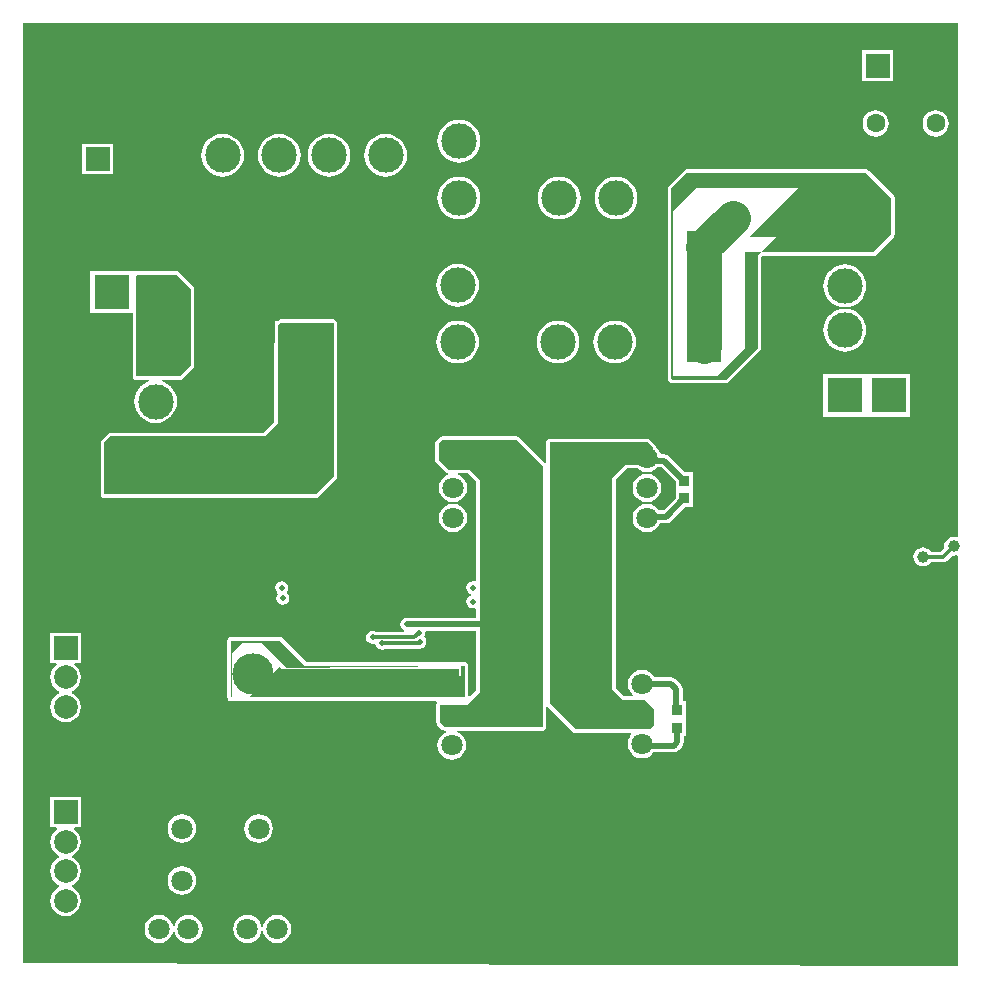
<source format=gbl>
G04*
G04 #@! TF.GenerationSoftware,Altium Limited,Altium Designer,20.1.14 (287)*
G04*
G04 Layer_Physical_Order=2*
G04 Layer_Color=16711680*
%FSLAX25Y25*%
%MOIN*%
G70*
G04*
G04 #@! TF.SameCoordinates,7663C7E1-D25E-47D6-87D1-FA2199C3474E*
G04*
G04*
G04 #@! TF.FilePolarity,Positive*
G04*
G01*
G75*
%ADD11C,0.01181*%
%ADD34R,0.03543X0.03543*%
%ADD84C,0.05906*%
%ADD85C,0.11811*%
%ADD86C,0.01968*%
%ADD88C,0.11811*%
%ADD89C,0.07087*%
%ADD90C,0.07874*%
%ADD91R,0.07874X0.07874*%
%ADD92R,0.07087X0.07087*%
%ADD93C,0.06299*%
%ADD94R,0.07874X0.07874*%
%ADD95R,0.11811X0.11811*%
%ADD96C,0.01968*%
%ADD97C,0.03937*%
%ADD98C,0.13780*%
G36*
X313247Y143816D02*
X312831Y143538D01*
X312633Y143620D01*
X311811Y143728D01*
X310989Y143620D01*
X310223Y143302D01*
X309565Y142798D01*
X309060Y142140D01*
X308742Y141373D01*
X308634Y140551D01*
X308707Y140001D01*
X307520Y138814D01*
X304159D01*
X303821Y139254D01*
X303163Y139759D01*
X302397Y140076D01*
X301575Y140185D01*
X300753Y140076D01*
X299986Y139759D01*
X299328Y139254D01*
X298824Y138596D01*
X298506Y137830D01*
X298398Y137008D01*
X298506Y136186D01*
X298824Y135419D01*
X299328Y134762D01*
X299986Y134257D01*
X300753Y133939D01*
X301575Y133831D01*
X302397Y133939D01*
X303163Y134257D01*
X303821Y134762D01*
X304159Y135202D01*
X308268D01*
X308959Y135339D01*
X309545Y135731D01*
X311261Y137447D01*
X311811Y137374D01*
X312633Y137483D01*
X312831Y137565D01*
X313247Y137287D01*
Y861D01*
X312892Y508D01*
X1714Y1707D01*
Y314821D01*
X313247D01*
X313247Y143816D01*
D02*
G37*
%LPC*%
G36*
X291535Y305906D02*
X281299D01*
Y295669D01*
X291535D01*
Y305906D01*
D02*
G37*
G36*
X305827Y285864D02*
X304696Y285715D01*
X303643Y285279D01*
X302738Y284585D01*
X302044Y283680D01*
X301607Y282627D01*
X301459Y281496D01*
X301607Y280365D01*
X302044Y279312D01*
X302738Y278407D01*
X303643Y277713D01*
X304696Y277277D01*
X305827Y277128D01*
X306957Y277277D01*
X308011Y277713D01*
X308915Y278407D01*
X309610Y279312D01*
X310046Y280365D01*
X310195Y281496D01*
X310046Y282627D01*
X309610Y283680D01*
X308915Y284585D01*
X308011Y285279D01*
X306957Y285715D01*
X305827Y285864D01*
D02*
G37*
G36*
X285827D02*
X284696Y285715D01*
X283643Y285279D01*
X282738Y284585D01*
X282044Y283680D01*
X281608Y282627D01*
X281459Y281496D01*
X281608Y280365D01*
X282044Y279312D01*
X282738Y278407D01*
X283643Y277713D01*
X284696Y277277D01*
X285827Y277128D01*
X286957Y277277D01*
X288011Y277713D01*
X288915Y278407D01*
X289610Y279312D01*
X290046Y280365D01*
X290195Y281496D01*
X290046Y282627D01*
X289610Y283680D01*
X288915Y284585D01*
X288011Y285279D01*
X286957Y285715D01*
X285827Y285864D01*
D02*
G37*
G36*
X146850Y282712D02*
X145461Y282575D01*
X144125Y282169D01*
X142894Y281511D01*
X141815Y280626D01*
X140930Y279547D01*
X140271Y278316D01*
X139866Y276980D01*
X139729Y275590D01*
X139866Y274201D01*
X140271Y272866D01*
X140930Y271634D01*
X141815Y270555D01*
X142894Y269670D01*
X144125Y269012D01*
X145461Y268606D01*
X146850Y268470D01*
X148240Y268606D01*
X149575Y269012D01*
X150806Y269670D01*
X151886Y270555D01*
X152771Y271634D01*
X153429Y272866D01*
X153834Y274201D01*
X153971Y275590D01*
X153834Y276980D01*
X153429Y278316D01*
X152771Y279547D01*
X151886Y280626D01*
X150806Y281511D01*
X149575Y282169D01*
X148240Y282575D01*
X146850Y282712D01*
D02*
G37*
G36*
X31634Y274760D02*
X21398D01*
Y264524D01*
X31634D01*
Y274760D01*
D02*
G37*
G36*
X122441Y277987D02*
X121052Y277850D01*
X119716Y277445D01*
X118485Y276787D01*
X117406Y275901D01*
X116520Y274822D01*
X115862Y273591D01*
X115457Y272255D01*
X115320Y270866D01*
X115457Y269477D01*
X115862Y268141D01*
X116520Y266910D01*
X117406Y265831D01*
X118485Y264945D01*
X119716Y264287D01*
X121052Y263882D01*
X122441Y263745D01*
X123830Y263882D01*
X125166Y264287D01*
X126397Y264945D01*
X127476Y265831D01*
X128362Y266910D01*
X129020Y268141D01*
X129425Y269477D01*
X129562Y270866D01*
X129425Y272255D01*
X129020Y273591D01*
X128362Y274822D01*
X127476Y275901D01*
X126397Y276787D01*
X125166Y277445D01*
X123830Y277850D01*
X122441Y277987D01*
D02*
G37*
G36*
X103543D02*
X102154Y277850D01*
X100818Y277445D01*
X99587Y276787D01*
X98508Y275901D01*
X97623Y274822D01*
X96965Y273591D01*
X96559Y272255D01*
X96422Y270866D01*
X96559Y269477D01*
X96965Y268141D01*
X97623Y266910D01*
X98508Y265831D01*
X99587Y264945D01*
X100818Y264287D01*
X102154Y263882D01*
X103543Y263745D01*
X104932Y263882D01*
X106268Y264287D01*
X107500Y264945D01*
X108579Y265831D01*
X109464Y266910D01*
X110122Y268141D01*
X110527Y269477D01*
X110664Y270866D01*
X110527Y272255D01*
X110122Y273591D01*
X109464Y274822D01*
X108579Y275901D01*
X107500Y276787D01*
X106268Y277445D01*
X104932Y277850D01*
X103543Y277987D01*
D02*
G37*
G36*
X87008D02*
X85619Y277850D01*
X84283Y277445D01*
X83052Y276787D01*
X81973Y275901D01*
X81087Y274822D01*
X80429Y273591D01*
X80024Y272255D01*
X79887Y270866D01*
X80024Y269477D01*
X80429Y268141D01*
X81087Y266910D01*
X81973Y265831D01*
X83052Y264945D01*
X84283Y264287D01*
X85619Y263882D01*
X87008Y263745D01*
X88397Y263882D01*
X89733Y264287D01*
X90964Y264945D01*
X92043Y265831D01*
X92929Y266910D01*
X93587Y268141D01*
X93992Y269477D01*
X94129Y270866D01*
X93992Y272255D01*
X93587Y273591D01*
X92929Y274822D01*
X92043Y275901D01*
X90964Y276787D01*
X89733Y277445D01*
X88397Y277850D01*
X87008Y277987D01*
D02*
G37*
G36*
X68110D02*
X66721Y277850D01*
X65385Y277445D01*
X64154Y276787D01*
X63075Y275901D01*
X62189Y274822D01*
X61531Y273591D01*
X61126Y272255D01*
X60989Y270866D01*
X61126Y269477D01*
X61531Y268141D01*
X62189Y266910D01*
X63075Y265831D01*
X64154Y264945D01*
X65385Y264287D01*
X66721Y263882D01*
X68110Y263745D01*
X69499Y263882D01*
X70835Y264287D01*
X72066Y264945D01*
X73146Y265831D01*
X74031Y266910D01*
X74689Y268141D01*
X75094Y269477D01*
X75231Y270866D01*
X75094Y272255D01*
X74689Y273591D01*
X74031Y274822D01*
X73146Y275901D01*
X72066Y276787D01*
X70835Y277445D01*
X69499Y277850D01*
X68110Y277987D01*
D02*
G37*
G36*
X199213Y263814D02*
X197823Y263677D01*
X196488Y263272D01*
X195256Y262614D01*
X194177Y261728D01*
X193292Y260649D01*
X192634Y259418D01*
X192228Y258082D01*
X192092Y256693D01*
X192228Y255304D01*
X192634Y253968D01*
X193292Y252737D01*
X194177Y251658D01*
X195256Y250772D01*
X196488Y250114D01*
X197823Y249709D01*
X199213Y249572D01*
X200602Y249709D01*
X201938Y250114D01*
X203169Y250772D01*
X204248Y251658D01*
X205133Y252737D01*
X205791Y253968D01*
X206197Y255304D01*
X206333Y256693D01*
X206197Y258082D01*
X205791Y259418D01*
X205133Y260649D01*
X204248Y261728D01*
X203169Y262614D01*
X201938Y263272D01*
X200602Y263677D01*
X199213Y263814D01*
D02*
G37*
G36*
X180315D02*
X178926Y263677D01*
X177590Y263272D01*
X176359Y262614D01*
X175280Y261728D01*
X174394Y260649D01*
X173736Y259418D01*
X173331Y258082D01*
X173194Y256693D01*
X173331Y255304D01*
X173736Y253968D01*
X174394Y252737D01*
X175280Y251658D01*
X176359Y250772D01*
X177590Y250114D01*
X178926Y249709D01*
X180315Y249572D01*
X181704Y249709D01*
X183040Y250114D01*
X184271Y250772D01*
X185350Y251658D01*
X186236Y252737D01*
X186894Y253968D01*
X187299Y255304D01*
X187436Y256693D01*
X187299Y258082D01*
X186894Y259418D01*
X186236Y260649D01*
X185350Y261728D01*
X184271Y262614D01*
X183040Y263272D01*
X181704Y263677D01*
X180315Y263814D01*
D02*
G37*
G36*
X146850D02*
X145461Y263677D01*
X144125Y263272D01*
X142894Y262614D01*
X141815Y261728D01*
X140930Y260649D01*
X140271Y259418D01*
X139866Y258082D01*
X139729Y256693D01*
X139866Y255304D01*
X140271Y253968D01*
X140930Y252737D01*
X141815Y251658D01*
X142894Y250772D01*
X144125Y250114D01*
X145461Y249709D01*
X146850Y249572D01*
X148240Y249709D01*
X149575Y250114D01*
X150806Y250772D01*
X151886Y251658D01*
X152771Y252737D01*
X153429Y253968D01*
X153834Y255304D01*
X153971Y256693D01*
X153834Y258082D01*
X153429Y259418D01*
X152771Y260649D01*
X151886Y261728D01*
X150806Y262614D01*
X149575Y263272D01*
X148240Y263677D01*
X146850Y263814D01*
D02*
G37*
G36*
X146457Y234680D02*
X145068Y234543D01*
X143732Y234138D01*
X142500Y233480D01*
X141421Y232594D01*
X140536Y231515D01*
X139878Y230284D01*
X139473Y228948D01*
X139336Y227559D01*
X139473Y226170D01*
X139878Y224834D01*
X140536Y223603D01*
X141421Y222524D01*
X142500Y221638D01*
X143732Y220980D01*
X145068Y220575D01*
X146457Y220438D01*
X147846Y220575D01*
X149182Y220980D01*
X150413Y221638D01*
X151492Y222524D01*
X152377Y223603D01*
X153035Y224834D01*
X153441Y226170D01*
X153578Y227559D01*
X153441Y228948D01*
X153035Y230284D01*
X152377Y231515D01*
X151492Y232594D01*
X150413Y233480D01*
X149182Y234138D01*
X147846Y234543D01*
X146457Y234680D01*
D02*
G37*
G36*
X275492Y234483D02*
X274103Y234346D01*
X272767Y233941D01*
X271536Y233283D01*
X270558Y232480D01*
X270374D01*
Y232296D01*
X269571Y231318D01*
X268913Y230087D01*
X268508Y228751D01*
X268371Y227362D01*
X268508Y225973D01*
X268913Y224637D01*
X269571Y223406D01*
X270374Y222428D01*
Y222244D01*
X270558D01*
X271536Y221441D01*
X272767Y220783D01*
X274103Y220378D01*
X275492Y220241D01*
X276881Y220378D01*
X278217Y220783D01*
X279448Y221441D01*
X280426Y222244D01*
X280610D01*
Y222428D01*
X281413Y223406D01*
X282071Y224637D01*
X282476Y225973D01*
X282613Y227362D01*
X282476Y228751D01*
X282071Y230087D01*
X281413Y231318D01*
X280610Y232296D01*
Y232480D01*
X280426D01*
X279448Y233283D01*
X278217Y233941D01*
X276881Y234346D01*
X275492Y234483D01*
D02*
G37*
G36*
Y219719D02*
X274103Y219583D01*
X272767Y219177D01*
X271536Y218519D01*
X270558Y217717D01*
X270374D01*
Y217533D01*
X269571Y216555D01*
X268913Y215323D01*
X268508Y213988D01*
X268371Y212598D01*
X268508Y211209D01*
X268913Y209873D01*
X269571Y208642D01*
X270374Y207664D01*
Y207480D01*
X270558D01*
X271536Y206678D01*
X272767Y206020D01*
X274103Y205614D01*
X275492Y205477D01*
X276881Y205614D01*
X278217Y206020D01*
X279448Y206678D01*
X280426Y207480D01*
X280610D01*
Y207664D01*
X281413Y208642D01*
X282071Y209873D01*
X282476Y211209D01*
X282613Y212598D01*
X282476Y213988D01*
X282071Y215323D01*
X281413Y216555D01*
X280610Y217533D01*
Y217717D01*
X280426D01*
X279448Y218519D01*
X278217Y219177D01*
X276881Y219583D01*
X275492Y219719D01*
D02*
G37*
G36*
X198819Y215782D02*
X197430Y215646D01*
X196094Y215240D01*
X194863Y214582D01*
X193784Y213697D01*
X192898Y212618D01*
X192240Y211386D01*
X191835Y210051D01*
X191698Y208661D01*
X191835Y207272D01*
X192240Y205936D01*
X192898Y204705D01*
X193784Y203626D01*
X194863Y202741D01*
X196094Y202083D01*
X197430Y201677D01*
X198819Y201540D01*
X200208Y201677D01*
X201544Y202083D01*
X202775Y202741D01*
X203854Y203626D01*
X204740Y204705D01*
X205398Y205936D01*
X205803Y207272D01*
X205940Y208661D01*
X205803Y210051D01*
X205398Y211386D01*
X204740Y212618D01*
X203854Y213697D01*
X202775Y214582D01*
X201544Y215240D01*
X200208Y215646D01*
X198819Y215782D01*
D02*
G37*
G36*
X179921D02*
X178532Y215646D01*
X177196Y215240D01*
X175965Y214582D01*
X174886Y213697D01*
X174001Y212618D01*
X173342Y211386D01*
X172937Y210051D01*
X172800Y208661D01*
X172937Y207272D01*
X173342Y205936D01*
X174001Y204705D01*
X174886Y203626D01*
X175965Y202741D01*
X177196Y202083D01*
X178532Y201677D01*
X179921Y201540D01*
X181310Y201677D01*
X182646Y202083D01*
X183877Y202741D01*
X184957Y203626D01*
X185842Y204705D01*
X186500Y205936D01*
X186905Y207272D01*
X187042Y208661D01*
X186905Y210051D01*
X186500Y211386D01*
X185842Y212618D01*
X184957Y213697D01*
X183877Y214582D01*
X182646Y215240D01*
X181310Y215646D01*
X179921Y215782D01*
D02*
G37*
G36*
X146457D02*
X145068Y215646D01*
X143732Y215240D01*
X142500Y214582D01*
X141421Y213697D01*
X140536Y212618D01*
X139878Y211386D01*
X139473Y210051D01*
X139336Y208661D01*
X139473Y207272D01*
X139878Y205936D01*
X140536Y204705D01*
X141421Y203626D01*
X142500Y202741D01*
X143732Y202083D01*
X145068Y201677D01*
X146457Y201540D01*
X147846Y201677D01*
X149182Y202083D01*
X150413Y202741D01*
X151492Y203626D01*
X152377Y204705D01*
X153035Y205936D01*
X153441Y207272D01*
X153578Y208661D01*
X153441Y210051D01*
X153035Y211386D01*
X152377Y212618D01*
X151492Y213697D01*
X150413Y214582D01*
X149182Y215240D01*
X147846Y215646D01*
X146457Y215782D01*
D02*
G37*
G36*
X38189Y232382D02*
X38189Y232382D01*
X24016D01*
Y218209D01*
X38166D01*
Y197244D01*
X38258Y196783D01*
X38519Y196393D01*
X38909Y196132D01*
X39370Y196040D01*
X43567D01*
X43641Y195540D01*
X43043Y195358D01*
X41812Y194700D01*
X40834Y193898D01*
X40650D01*
Y193714D01*
X39847Y192736D01*
X39189Y191505D01*
X38784Y190169D01*
X38647Y188779D01*
X38784Y187390D01*
X39189Y186055D01*
X39847Y184823D01*
X40650Y183845D01*
Y183661D01*
X40834D01*
X41812Y182859D01*
X43043Y182201D01*
X44379Y181796D01*
X45768Y181659D01*
X47157Y181796D01*
X48493Y182201D01*
X49724Y182859D01*
X50702Y183661D01*
X50886D01*
Y183845D01*
X51688Y184823D01*
X52347Y186055D01*
X52752Y187390D01*
X52889Y188779D01*
X52752Y190169D01*
X52347Y191505D01*
X51688Y192736D01*
X50886Y193714D01*
Y193898D01*
X50702D01*
X49724Y194700D01*
X48493Y195358D01*
X47894Y195540D01*
X47969Y196040D01*
X53937D01*
X53937Y196040D01*
X54398Y196132D01*
X54789Y196393D01*
X54789Y196393D01*
X58332Y199936D01*
X58593Y200327D01*
X58685Y200787D01*
X58685Y200787D01*
Y226378D01*
X58593Y226839D01*
X58332Y227229D01*
X58332Y227229D01*
X53607Y231954D01*
X53217Y232215D01*
X52854Y232287D01*
Y232382D01*
X38689D01*
X38681Y232382D01*
X38189D01*
Y232382D01*
D02*
G37*
G36*
X282677Y266165D02*
X282677Y266165D01*
X222835D01*
X222374Y266073D01*
X221983Y265812D01*
X216865Y260694D01*
X216604Y260303D01*
X216512Y259842D01*
X216512Y259842D01*
Y196457D01*
X216512Y196457D01*
X216604Y195996D01*
X216865Y195605D01*
X216865Y195605D01*
X217259Y195212D01*
X217649Y194950D01*
X218110Y194859D01*
X218110Y194859D01*
X235827D01*
X236288Y194950D01*
X236678Y195212D01*
X247308Y205841D01*
X247569Y206232D01*
X247661Y206693D01*
X247661Y206693D01*
Y236903D01*
X248137Y237378D01*
X285039D01*
X285500Y237470D01*
X285891Y237731D01*
X285891Y237731D01*
X291796Y243637D01*
X292057Y244027D01*
X292149Y244488D01*
X292149Y244488D01*
Y256693D01*
X292149Y256693D01*
X292057Y257154D01*
X291796Y257544D01*
X291796Y257544D01*
X283529Y265812D01*
X283138Y266073D01*
X282677Y266165D01*
D02*
G37*
G36*
X283071Y197933D02*
X282579D01*
X282571Y197933D01*
X268406D01*
Y183760D01*
X282571D01*
X282579Y183760D01*
X283071D01*
X283079Y183760D01*
X297244D01*
Y197933D01*
X283079D01*
X283071Y197933D01*
D02*
G37*
G36*
X105118Y216165D02*
X87402D01*
X86941Y216073D01*
X86550Y215812D01*
X86289Y215551D01*
X85433D01*
Y214290D01*
X85410Y214173D01*
X85410Y214173D01*
Y208578D01*
X85399Y208465D01*
Y181984D01*
X81785Y178370D01*
X30709D01*
X30709Y178370D01*
X30248Y178278D01*
X29857Y178017D01*
X27889Y176048D01*
X27628Y175658D01*
X27536Y175197D01*
X27536Y175197D01*
Y157874D01*
X27628Y157413D01*
X27889Y157023D01*
X28279Y156761D01*
X28740Y156670D01*
X99213D01*
X99673Y156761D01*
X100064Y157023D01*
X100064Y157023D01*
X105970Y162928D01*
X106231Y163319D01*
X106322Y163779D01*
X106322Y163780D01*
Y214961D01*
X106231Y215422D01*
X105970Y215812D01*
X105579Y216073D01*
X105118Y216165D01*
D02*
G37*
G36*
X166142Y177189D02*
X166142Y177189D01*
X141339D01*
X141339Y177189D01*
X140878Y177097D01*
X140487Y176836D01*
X140487Y176836D01*
X139306Y175655D01*
X139045Y175264D01*
X138953Y174803D01*
X138953Y174803D01*
Y169291D01*
X139045Y168831D01*
X139306Y168440D01*
X142456Y165290D01*
X142846Y165029D01*
X143137Y164971D01*
X143188Y164451D01*
X142499Y164166D01*
X141512Y163409D01*
X140755Y162422D01*
X140279Y161273D01*
X140117Y160039D01*
X140279Y158806D01*
X140755Y157657D01*
X141512Y156670D01*
X142499Y155913D01*
X143649Y155437D01*
X144882Y155274D01*
X146115Y155437D01*
X147265Y155913D01*
X148251Y156670D01*
X149009Y157657D01*
X149485Y158806D01*
X149647Y160039D01*
X149485Y161273D01*
X149009Y162422D01*
X148251Y163409D01*
X147265Y164166D01*
X146609Y164437D01*
X146709Y164937D01*
X149895D01*
X152733Y162100D01*
X152733Y129158D01*
X152233Y128849D01*
X151575Y128979D01*
X150730Y128811D01*
X150014Y128333D01*
X149535Y127617D01*
X149367Y126772D01*
X149535Y125927D01*
X150014Y125210D01*
X150730Y124732D01*
X151070Y124664D01*
Y124154D01*
X150730Y124087D01*
X150014Y123608D01*
X149535Y122892D01*
X149367Y122047D01*
X149535Y121202D01*
X150014Y120486D01*
X150730Y120008D01*
X151575Y119840D01*
X152233Y119970D01*
X152733Y119661D01*
Y116775D01*
X129528D01*
X128683Y116607D01*
X127966Y116128D01*
X127488Y115412D01*
X127320Y114567D01*
X127488Y113722D01*
X127966Y113006D01*
X128660Y112543D01*
X128666Y112505D01*
X128495Y112043D01*
X119304D01*
X118955Y112276D01*
X118110Y112444D01*
X117265Y112276D01*
X116549Y111797D01*
X116070Y111081D01*
X115902Y110236D01*
X116070Y109391D01*
X116549Y108675D01*
X117265Y108196D01*
X118110Y108028D01*
X118571Y108120D01*
X119150Y107772D01*
X119220Y107423D01*
X119699Y106706D01*
X120415Y106228D01*
X121260Y106060D01*
X122105Y106228D01*
X122454Y106461D01*
X133464D01*
X133642Y106497D01*
X133858Y106454D01*
X134703Y106622D01*
X135419Y107100D01*
X135898Y107817D01*
X136066Y108661D01*
X135898Y109506D01*
X135419Y110223D01*
X135135Y110413D01*
X135504Y110966D01*
X135672Y111811D01*
X135640Y111973D01*
X135957Y112359D01*
X152733D01*
X152733Y92625D01*
X150523Y90415D01*
X150023Y90622D01*
Y100787D01*
X150022Y100795D01*
X150023Y100803D01*
X149976Y101025D01*
X149932Y101248D01*
X149927Y101255D01*
X149925Y101263D01*
X149797Y101450D01*
X149670Y101639D01*
X149664Y101643D01*
X149659Y101650D01*
X149469Y101774D01*
X149280Y101900D01*
X149272Y101902D01*
X149265Y101906D01*
X149042Y101947D01*
X148819Y101992D01*
X148811Y101990D01*
X148803Y101991D01*
X147711Y101977D01*
X147638Y101992D01*
X96168D01*
X88253Y109907D01*
X87862Y110168D01*
X87402Y110259D01*
X87401Y110259D01*
X70866Y110259D01*
X70405Y110168D01*
X70015Y109907D01*
X69754Y109516D01*
X69662Y109055D01*
Y90158D01*
X69754Y89697D01*
X70015Y89306D01*
X70405Y89045D01*
X70866Y88953D01*
X76772D01*
X139327Y88953D01*
X139570Y88453D01*
X139439Y88256D01*
X139347Y87795D01*
Y81890D01*
X139439Y81429D01*
X139700Y81038D01*
X139700Y81038D01*
X141274Y79463D01*
X141665Y79202D01*
X142126Y79111D01*
X142126Y79111D01*
X142661D01*
X142761Y78611D01*
X142106Y78339D01*
X141119Y77582D01*
X140361Y76595D01*
X139885Y75446D01*
X139723Y74213D01*
X139885Y72979D01*
X140361Y71830D01*
X141119Y70843D01*
X142106Y70086D01*
X143255Y69610D01*
X144488Y69447D01*
X145721Y69610D01*
X146871Y70086D01*
X147858Y70843D01*
X148615Y71830D01*
X149091Y72979D01*
X149253Y74213D01*
X149091Y75446D01*
X148615Y76595D01*
X147858Y77582D01*
X146871Y78339D01*
X146216Y78611D01*
X146315Y79111D01*
X174803D01*
X175264Y79202D01*
X175655Y79463D01*
X175916Y79854D01*
X176007Y80315D01*
Y86937D01*
X176507Y87144D01*
X184975Y78676D01*
X185366Y78415D01*
X185827Y78323D01*
X185827Y78323D01*
X204183D01*
X204388Y77823D01*
X203747Y76989D01*
X203271Y75840D01*
X203109Y74606D01*
X203271Y73373D01*
X203747Y72224D01*
X204504Y71237D01*
X205491Y70480D01*
X206641Y70003D01*
X207874Y69841D01*
X209107Y70003D01*
X210257Y70480D01*
X211244Y71237D01*
X211703Y71836D01*
X218532D01*
X219377Y72004D01*
X220093Y72483D01*
X221246Y73636D01*
X221725Y74352D01*
X221893Y75197D01*
Y77165D01*
X222638D01*
Y82571D01*
X222638Y83071D01*
X222638D01*
Y83071D01*
X222638D01*
Y88976D01*
X221499D01*
Y92913D01*
X221331Y93758D01*
X220852Y94475D01*
X219081Y96246D01*
X218365Y96725D01*
X217520Y96893D01*
X212073D01*
X212001Y97068D01*
X211244Y98054D01*
X210257Y98812D01*
X209107Y99288D01*
X207874Y99450D01*
X206641Y99288D01*
X205491Y98812D01*
X204504Y98054D01*
X203747Y97068D01*
X203271Y95918D01*
X203109Y94685D01*
X203271Y93452D01*
X203747Y92303D01*
X204504Y91316D01*
X204854Y91048D01*
X204693Y90574D01*
X202074D01*
X199236Y93412D01*
X199236Y162887D01*
X202861Y166512D01*
X206346D01*
X207142Y165902D01*
X208291Y165426D01*
X209525Y165263D01*
X210758Y165426D01*
X211907Y165902D01*
X212894Y166659D01*
X213034Y166841D01*
X214485D01*
X219094Y162232D01*
X219094Y159449D01*
X219094Y158949D01*
Y156666D01*
X215106Y152677D01*
X213387D01*
X212894Y153319D01*
X211907Y154076D01*
X210758Y154552D01*
X209525Y154715D01*
X208291Y154552D01*
X207142Y154076D01*
X206155Y153319D01*
X205398Y152332D01*
X204922Y151183D01*
X204759Y149950D01*
X204922Y148716D01*
X205398Y147567D01*
X206155Y146580D01*
X207142Y145823D01*
X208291Y145347D01*
X209525Y145185D01*
X210758Y145347D01*
X211907Y145823D01*
X212894Y146580D01*
X213651Y147567D01*
X213939Y148262D01*
X216021D01*
X216865Y148430D01*
X217582Y148908D01*
X222217Y153543D01*
X225000D01*
Y158949D01*
X225000Y159449D01*
X225000Y159949D01*
Y165354D01*
X222217D01*
X216961Y170610D01*
X216245Y171089D01*
X215400Y171257D01*
X214128D01*
X214127Y171262D01*
X213651Y172411D01*
X212894Y173398D01*
X212622Y173607D01*
Y173622D01*
X212530Y174083D01*
X212269Y174474D01*
X212269Y174474D01*
X210694Y176048D01*
X210303Y176309D01*
X209842Y176401D01*
X209842Y176401D01*
X177165D01*
X176705Y176309D01*
X176314Y176048D01*
X176053Y175658D01*
X175961Y175197D01*
Y168575D01*
X175461Y168368D01*
X166993Y176836D01*
X166603Y177097D01*
X166142Y177189D01*
D02*
G37*
G36*
X209525Y164754D02*
X208291Y164592D01*
X207142Y164116D01*
X206155Y163358D01*
X205398Y162372D01*
X204922Y161222D01*
X204759Y159989D01*
X204922Y158756D01*
X205398Y157606D01*
X206155Y156620D01*
X207142Y155862D01*
X208291Y155386D01*
X209525Y155224D01*
X210758Y155386D01*
X211907Y155862D01*
X212894Y156620D01*
X213651Y157606D01*
X214127Y158756D01*
X214290Y159989D01*
X214127Y161222D01*
X213651Y162372D01*
X212894Y163358D01*
X211907Y164116D01*
X210758Y164592D01*
X209525Y164754D01*
D02*
G37*
G36*
X144882Y154765D02*
X143649Y154603D01*
X142499Y154127D01*
X141512Y153369D01*
X140755Y152383D01*
X140279Y151233D01*
X140117Y150000D01*
X140279Y148767D01*
X140755Y147617D01*
X141512Y146631D01*
X142499Y145873D01*
X143649Y145397D01*
X144882Y145235D01*
X146115Y145397D01*
X147265Y145873D01*
X148251Y146631D01*
X149009Y147617D01*
X149485Y148767D01*
X149647Y150000D01*
X149485Y151233D01*
X149009Y152383D01*
X148251Y153369D01*
X147265Y154127D01*
X146115Y154603D01*
X144882Y154765D01*
D02*
G37*
G36*
X87795Y128979D02*
X86950Y128811D01*
X86234Y128333D01*
X85756Y127617D01*
X85588Y126772D01*
X85756Y125927D01*
X86234Y125210D01*
X86330Y125146D01*
X86443Y124513D01*
X86149Y124073D01*
X85981Y123228D01*
X86149Y122383D01*
X86628Y121667D01*
X87344Y121189D01*
X88189Y121021D01*
X89034Y121189D01*
X89750Y121667D01*
X90229Y122383D01*
X90397Y123228D01*
X90229Y124073D01*
X89750Y124790D01*
X89654Y124854D01*
X89541Y125487D01*
X89835Y125927D01*
X90003Y126772D01*
X89835Y127617D01*
X89356Y128333D01*
X88640Y128811D01*
X87795Y128979D01*
D02*
G37*
G36*
X20866Y111811D02*
X10630D01*
Y101575D01*
X12676D01*
X12846Y101075D01*
X12098Y100501D01*
X11277Y99432D01*
X10762Y98186D01*
X10586Y96850D01*
X10762Y95514D01*
X11277Y94269D01*
X12098Y93200D01*
X13167Y92380D01*
X13651Y92179D01*
Y91679D01*
X13167Y91479D01*
X12098Y90658D01*
X11277Y89589D01*
X10762Y88344D01*
X10586Y87008D01*
X10762Y85672D01*
X11277Y84427D01*
X12098Y83358D01*
X13167Y82537D01*
X14412Y82021D01*
X15748Y81846D01*
X17084Y82021D01*
X18329Y82537D01*
X19398Y83358D01*
X20219Y84427D01*
X20734Y85672D01*
X20910Y87008D01*
X20734Y88344D01*
X20219Y89589D01*
X19398Y90658D01*
X18329Y91479D01*
X17845Y91679D01*
Y92179D01*
X18329Y92380D01*
X19398Y93200D01*
X20219Y94269D01*
X20734Y95514D01*
X20910Y96850D01*
X20734Y98186D01*
X20219Y99432D01*
X19398Y100501D01*
X18650Y101075D01*
X18820Y101575D01*
X20866D01*
Y111811D01*
D02*
G37*
G36*
X80118Y51222D02*
X78885Y51060D01*
X77736Y50583D01*
X76749Y49826D01*
X75991Y48839D01*
X75515Y47690D01*
X75353Y46457D01*
X75515Y45223D01*
X75991Y44074D01*
X76749Y43087D01*
X77736Y42330D01*
X78885Y41854D01*
X80118Y41691D01*
X81351Y41854D01*
X82501Y42330D01*
X83488Y43087D01*
X84245Y44074D01*
X84721Y45223D01*
X84883Y46457D01*
X84721Y47690D01*
X84245Y48839D01*
X83488Y49826D01*
X82501Y50583D01*
X81351Y51060D01*
X80118Y51222D01*
D02*
G37*
G36*
X54527D02*
X53294Y51060D01*
X52145Y50583D01*
X51158Y49826D01*
X50401Y48839D01*
X49925Y47690D01*
X49762Y46457D01*
X49925Y45223D01*
X50401Y44074D01*
X51158Y43087D01*
X52145Y42330D01*
X53294Y41854D01*
X54527Y41691D01*
X55761Y41854D01*
X56910Y42330D01*
X57897Y43087D01*
X58654Y44074D01*
X59130Y45223D01*
X59293Y46457D01*
X59130Y47690D01*
X58654Y48839D01*
X57897Y49826D01*
X56910Y50583D01*
X55761Y51060D01*
X54527Y51222D01*
D02*
G37*
G36*
Y33899D02*
X53294Y33737D01*
X52145Y33261D01*
X51158Y32503D01*
X50401Y31516D01*
X49925Y30367D01*
X49762Y29134D01*
X49925Y27900D01*
X50401Y26751D01*
X51158Y25764D01*
X52145Y25007D01*
X53294Y24531D01*
X54527Y24369D01*
X55761Y24531D01*
X56910Y25007D01*
X57897Y25764D01*
X58654Y26751D01*
X59130Y27900D01*
X59293Y29134D01*
X59130Y30367D01*
X58654Y31516D01*
X57897Y32503D01*
X56910Y33261D01*
X55761Y33737D01*
X54527Y33899D01*
D02*
G37*
G36*
X20866Y57087D02*
X10630D01*
Y46850D01*
X12676D01*
X12846Y46350D01*
X12098Y45776D01*
X11277Y44707D01*
X10762Y43462D01*
X10586Y42126D01*
X10762Y40790D01*
X11277Y39545D01*
X12098Y38476D01*
X13167Y37655D01*
X13651Y37455D01*
Y36955D01*
X13167Y36754D01*
X12098Y35934D01*
X11277Y34865D01*
X10762Y33619D01*
X10586Y32283D01*
X10762Y30947D01*
X11277Y29702D01*
X12098Y28633D01*
X13167Y27813D01*
X13651Y27612D01*
Y27112D01*
X13167Y26912D01*
X12098Y26091D01*
X11277Y25022D01*
X10762Y23777D01*
X10586Y22441D01*
X10762Y21105D01*
X11277Y19860D01*
X12098Y18791D01*
X13167Y17970D01*
X14412Y17455D01*
X15748Y17279D01*
X17084Y17455D01*
X18329Y17970D01*
X19398Y18791D01*
X20219Y19860D01*
X20734Y21105D01*
X20910Y22441D01*
X20734Y23777D01*
X20219Y25022D01*
X19398Y26091D01*
X18329Y26912D01*
X17845Y27112D01*
Y27612D01*
X18329Y27813D01*
X19398Y28633D01*
X20219Y29702D01*
X20734Y30947D01*
X20910Y32283D01*
X20734Y33619D01*
X20219Y34865D01*
X19398Y35934D01*
X18329Y36754D01*
X17845Y36955D01*
Y37455D01*
X18329Y37655D01*
X19398Y38476D01*
X20219Y39545D01*
X20734Y40790D01*
X20910Y42126D01*
X20734Y43462D01*
X20219Y44707D01*
X19398Y45776D01*
X18650Y46350D01*
X18820Y46850D01*
X20866D01*
Y57087D01*
D02*
G37*
G36*
X86221Y17757D02*
X84987Y17595D01*
X83838Y17119D01*
X82851Y16362D01*
X82094Y15375D01*
X81618Y14225D01*
X81551Y13722D01*
X81047D01*
X80981Y14225D01*
X80505Y15375D01*
X79747Y16362D01*
X78760Y17119D01*
X77611Y17595D01*
X76378Y17757D01*
X75145Y17595D01*
X73995Y17119D01*
X73009Y16362D01*
X72251Y15375D01*
X71775Y14225D01*
X71613Y12992D01*
X71775Y11759D01*
X72251Y10610D01*
X73009Y9623D01*
X73995Y8865D01*
X75145Y8389D01*
X76378Y8227D01*
X77611Y8389D01*
X78760Y8865D01*
X79747Y9623D01*
X80505Y10610D01*
X80981Y11759D01*
X81047Y12262D01*
X81551D01*
X81618Y11759D01*
X82094Y10610D01*
X82851Y9623D01*
X83838Y8865D01*
X84987Y8389D01*
X86221Y8227D01*
X87454Y8389D01*
X88603Y8865D01*
X89590Y9623D01*
X90347Y10610D01*
X90823Y11759D01*
X90986Y12992D01*
X90823Y14225D01*
X90347Y15375D01*
X89590Y16362D01*
X88603Y17119D01*
X87454Y17595D01*
X86221Y17757D01*
D02*
G37*
G36*
X56693D02*
X55460Y17595D01*
X54310Y17119D01*
X53323Y16362D01*
X52566Y15375D01*
X52090Y14225D01*
X52024Y13722D01*
X51520D01*
X51453Y14225D01*
X50977Y15375D01*
X50220Y16362D01*
X49233Y17119D01*
X48084Y17595D01*
X46850Y17757D01*
X45617Y17595D01*
X44468Y17119D01*
X43481Y16362D01*
X42724Y15375D01*
X42248Y14225D01*
X42085Y12992D01*
X42248Y11759D01*
X42724Y10610D01*
X43481Y9623D01*
X44468Y8865D01*
X45617Y8389D01*
X46850Y8227D01*
X48084Y8389D01*
X49233Y8865D01*
X50220Y9623D01*
X50977Y10610D01*
X51453Y11759D01*
X51520Y12262D01*
X52024D01*
X52090Y11759D01*
X52566Y10610D01*
X53323Y9623D01*
X54310Y8865D01*
X55460Y8389D01*
X56693Y8227D01*
X57926Y8389D01*
X59075Y8865D01*
X60062Y9623D01*
X60820Y10610D01*
X61296Y11759D01*
X61458Y12992D01*
X61296Y14225D01*
X60820Y15375D01*
X60062Y16362D01*
X59075Y17119D01*
X57926Y17595D01*
X56693Y17757D01*
D02*
G37*
%LPD*%
G36*
X57480Y226378D02*
Y200787D01*
X53937Y197244D01*
X39370D01*
Y230709D01*
X39764Y231102D01*
X52756D01*
X57480Y226378D01*
D02*
G37*
G36*
X290945Y256693D02*
Y244488D01*
X285039Y238583D01*
X247638D01*
X252756Y243701D01*
X243701D01*
X259842Y259842D01*
X225984D01*
X218110Y251969D01*
Y197244D01*
X233071D01*
X242126Y206299D01*
Y238583D01*
X247638D01*
X246457Y237402D01*
Y206693D01*
X235827Y196063D01*
X218110D01*
X217717Y196457D01*
Y259842D01*
X222835Y264961D01*
X282677D01*
X290945Y256693D01*
D02*
G37*
G36*
X105118Y163779D02*
X99213Y157874D01*
X28740D01*
Y175197D01*
X30709Y177165D01*
X82284D01*
X86614Y181496D01*
Y214173D01*
X87402Y214961D01*
X105118D01*
Y163779D01*
D02*
G37*
G36*
X95669Y100787D02*
X147638D01*
Y100772D01*
X89370Y100000D01*
X81102Y108268D01*
X74410D01*
X71260Y105118D01*
Y90551D01*
X71653Y90158D01*
X76772D01*
X87008Y100394D01*
X87795Y99606D01*
X146850D01*
X147638Y90158D01*
Y100772D01*
X148819Y100787D01*
Y90158D01*
X70866Y90158D01*
Y109055D01*
X87402Y109055D01*
X95669Y100787D01*
D02*
G37*
G36*
X174803Y167323D02*
Y80315D01*
X142126D01*
X140551Y81890D01*
Y87795D01*
X149606D01*
X153937Y92126D01*
X153937Y162598D01*
X150394Y166142D01*
X143307D01*
X140157Y169291D01*
Y174803D01*
X141339Y175984D01*
X166142D01*
X174803Y167323D01*
D02*
G37*
G36*
X211417Y173622D02*
Y167717D01*
X202362D01*
X198031Y163386D01*
X198031Y92913D01*
X201575Y89370D01*
X208661D01*
X211811Y86221D01*
Y80709D01*
X210630Y79528D01*
X185827D01*
X177165Y88189D01*
Y175197D01*
X209842D01*
X211417Y173622D01*
D02*
G37*
D11*
X118110Y110236D02*
X131890D01*
X133465Y111811D01*
X121260Y108267D02*
X133464D01*
X133858Y108661D01*
X308268Y137008D02*
X311811Y140551D01*
X301575Y137008D02*
X308268D01*
D34*
X219685Y86024D02*
D03*
Y80118D02*
D03*
X222047Y162402D02*
D03*
Y156496D02*
D03*
D84*
X162992Y108268D02*
Y114567D01*
Y89764D02*
Y108268D01*
X78347Y98032D02*
X80477D01*
X162992Y114567D02*
Y164961D01*
X144882Y84252D02*
X157480D01*
X162992Y89764D01*
X143943Y84026D02*
X144250Y84334D01*
X157874Y170079D02*
X162992Y164961D01*
X144882Y170079D02*
X157874D01*
D85*
X92520Y175591D02*
Y176279D01*
Y175591D02*
X92520Y175591D01*
X83366Y166043D02*
X92913Y175591D01*
X36614Y166043D02*
X83366D01*
X92520Y176279D02*
Y208465D01*
X228346Y240158D02*
X238287Y250098D01*
X228740Y207677D02*
Y239862D01*
Y207480D02*
Y207677D01*
D86*
X129528Y114567D02*
X162992D01*
X163386Y114173D01*
X216021Y150470D02*
X222047Y156496D01*
X211099Y150470D02*
X216021D01*
X210236Y149606D02*
X211099Y150470D01*
X215400Y169049D02*
X222047Y162402D01*
X211660Y169049D02*
X215400D01*
X210630Y170079D02*
X211660Y169049D01*
X218532Y74044D02*
X219685Y75197D01*
X208661Y74410D02*
X209027Y74044D01*
X218532D01*
X219685Y75197D02*
Y80118D01*
X219291Y86811D02*
X219882Y86221D01*
X220079D01*
X219291Y86811D02*
Y92913D01*
X207874Y94685D02*
X217520D01*
X219291Y92913D01*
D88*
X198819Y208661D02*
D03*
X179921D02*
D03*
X146457Y227559D02*
D03*
Y208661D02*
D03*
X279528Y62205D02*
D03*
X275492Y227362D02*
D03*
X284646Y250098D02*
D03*
X275492Y212598D02*
D03*
X45768Y203543D02*
D03*
X36614Y166043D02*
D03*
X45768Y188779D02*
D03*
X199213Y256693D02*
D03*
X180315D02*
D03*
X146850Y275590D02*
D03*
Y256693D02*
D03*
X103543Y270866D02*
D03*
X122441D02*
D03*
Y294488D02*
D03*
X103543D02*
D03*
X68110Y270866D02*
D03*
X87008D02*
D03*
Y294488D02*
D03*
X68110D02*
D03*
D89*
X54527Y29134D02*
D03*
Y46457D02*
D03*
X209525Y149950D02*
D03*
Y159989D02*
D03*
Y170028D02*
D03*
X207874Y74606D02*
D03*
Y84646D02*
D03*
Y94685D02*
D03*
X144488Y74213D02*
D03*
Y84252D02*
D03*
Y94291D02*
D03*
X80118Y46457D02*
D03*
Y29134D02*
D03*
X86221Y12992D02*
D03*
X46850D02*
D03*
X56693D02*
D03*
X66535D02*
D03*
X76378D02*
D03*
X144882Y150000D02*
D03*
Y160039D02*
D03*
Y170079D02*
D03*
D90*
X15748Y77165D02*
D03*
Y87008D02*
D03*
Y96850D02*
D03*
Y12598D02*
D03*
Y42126D02*
D03*
Y32283D02*
D03*
Y22441D02*
D03*
X276575Y300787D02*
D03*
X26516Y289327D02*
D03*
D91*
X15748Y106693D02*
D03*
Y51968D02*
D03*
D92*
X37008Y12992D02*
D03*
D93*
X305827Y281496D02*
D03*
X285827D02*
D03*
D94*
X286417Y300787D02*
D03*
X26516Y269642D02*
D03*
D95*
X290158Y190847D02*
D03*
X275492D02*
D03*
X228740Y207677D02*
D03*
Y239862D02*
D03*
X92520Y176279D02*
D03*
Y208465D02*
D03*
X45768Y225295D02*
D03*
X31102D02*
D03*
D96*
X87795Y126772D02*
D03*
X88189Y123228D02*
D03*
X151575Y126772D02*
D03*
Y122047D02*
D03*
X10236Y150787D02*
D03*
X199606Y274410D02*
D03*
X187795Y275984D02*
D03*
X181496Y275197D02*
D03*
X167717D02*
D03*
X196850Y282283D02*
D03*
X180315Y281890D02*
D03*
X187008Y286221D02*
D03*
X174409Y286614D02*
D03*
X191339Y296457D02*
D03*
X179921Y296850D02*
D03*
X167717D02*
D03*
X152362Y56693D02*
D03*
X131496Y77165D02*
D03*
X106299Y111024D02*
D03*
X96063Y108661D02*
D03*
X231890Y131102D02*
D03*
X162598Y197638D02*
D03*
X127953Y138583D02*
D03*
X198057Y30101D02*
D03*
X183917Y29458D02*
D03*
X167323Y30709D02*
D03*
X155422Y30529D02*
D03*
X142353Y31815D02*
D03*
X128427Y32029D02*
D03*
X114173Y32677D02*
D03*
X192520Y41732D02*
D03*
X182283Y42913D02*
D03*
X162064Y43170D02*
D03*
X145138D02*
D03*
X131427Y43598D02*
D03*
X116535Y44488D02*
D03*
X66535Y108661D02*
D03*
X61417D02*
D03*
X60236Y91339D02*
D03*
X51968Y91732D02*
D03*
X44094D02*
D03*
X29134Y96063D02*
D03*
Y103937D02*
D03*
Y110630D02*
D03*
X38583Y136614D02*
D03*
X270472Y290945D02*
D03*
X165748Y108268D02*
D03*
X166142Y121653D02*
D03*
X277559Y106299D02*
D03*
X275590Y125197D02*
D03*
X286614Y94882D02*
D03*
X283071Y104331D02*
D03*
X297244Y90945D02*
D03*
X249606Y110630D02*
D03*
X295276Y127165D02*
D03*
X74410Y35433D02*
D03*
X65748Y21260D02*
D03*
X71653Y6299D02*
D03*
X31496Y22835D02*
D03*
X38976Y62992D02*
D03*
X121260Y108267D02*
D03*
X118110Y110236D02*
D03*
X133465Y111811D02*
D03*
X133858Y108661D02*
D03*
X129528Y114567D02*
D03*
D97*
X311811Y140551D02*
D03*
X301575Y137008D02*
D03*
D98*
X78347Y98032D02*
D03*
X10236Y137795D02*
D03*
M02*

</source>
